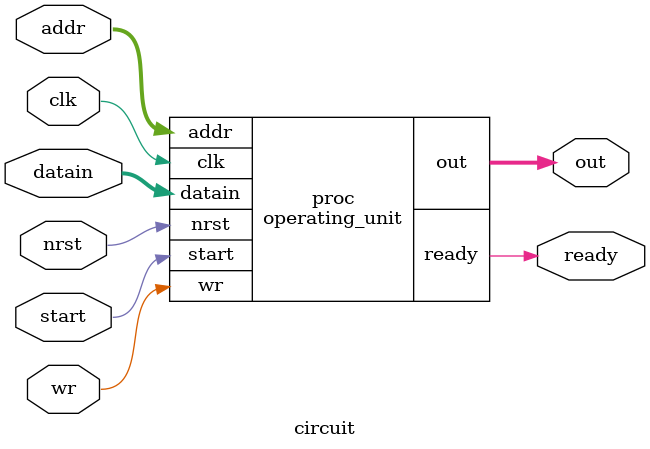
<source format=sv>

/*
Pamiec asynchroniczna RAM z jednym portem zapisu i jednym portem odczytu.
Kod z wykladu. Jak testowalem to dla synchronicznego odczytu dawalo bledna odpowiedz.
*/
module memory( input logic rd, wr, clk, input logic [9:0] rdaddr, wraddr,
              input logic [15:0] in, output logic [15:0] out
);
  logic [15:0] mem [0:1023];
  assign out = rd ? mem[rdaddr] : out;
  always_ff @(posedge clk) if (wr) mem[wraddr] <= in;
endmodule

//Modul arytmetczny na bazie pracowni 10
//Operacje + czas:
//SWAP oraz LOAD trwają 3 cykle
//Reszta operacji trwa 2 cykle?
//Zapis do stosu bedzie co dopiero odpowiednio
//w 4 i 3 cyklu
module arithmetic_unit(input nrst, clk, push,en,
               input logic [15:0] d, input logic [2:0] op,
               output logic [15:0] out, output logic [9:0] cnt, output logic ready
);
  logic [15:0] register,second,swap_value;
  logic [9:0] newcnt;
  logic [1:0] state;
  logic [9:0] addr_read, addr_write;
  logic read_en, write_en;
  const logic [1:0] NORMAL = 0, SWAP = 1, LOAD = 2;
  always_comb begin
    read_en = 1;
    write_en = 1;
    out = nrst ? register : 0;
    cnt = nrst ? newcnt : 0;
    addr_read = cnt - 2;
    addr_write = cnt - 1;
    ready = (state == NORMAL);
    case(state)
    SWAP: 
      begin
        read_en = 0;
        addr_write = cnt - 2;
      end
    LOAD:
      begin 
        write_en = 0;
        addr_read = (cnt - 2 - register[9:0]);
      end
    endcase
  end

  memory stos(read_en,write_en,clk,addr_read,addr_write,out,second);

  always_ff @(posedge clk or negedge nrst)
    if(!nrst) begin newcnt <= 0; register <= 0; state <= NORMAL; end
  else begin 
    case (state)
    NORMAL:
      if(push & en) begin if (cnt < 1000) begin register <= d; newcnt <= cnt + 1; end end
      else  if(en) unique case(op)
        0 : begin if (cnt > 0) begin if(register > 0 & !register[15]) register <= 1; else register <= 0; end end
        1 : begin if (cnt > 0) begin register <= 0 - out; newcnt <= cnt; end end
        2 : begin if (cnt > 1) begin register <= out + second; newcnt <= cnt - 1; end end
        3 : begin if (cnt > 1) begin register <= out * second; newcnt <= cnt - 1; end end
        4 : begin if (cnt > 1) begin swap_value <= second; state <= SWAP; end end
        5 : begin state <= LOAD; end
        6 : begin if (cnt > 0) begin register <= second; newcnt <= cnt - 1; end end
        7 : begin if (cnt > 0) begin register <= second; newcnt <= cnt - 1; end end
      endcase
    SWAP: 
      begin
        state <= NORMAL;
        register <= swap_value;
      end
    LOAD: 
      begin 
        register <= second;
        newcnt <= cnt + 1;
        state <= NORMAL;
      end
    endcase
  end
  
endmodule

/*

Wazne obserwacje przebieg dla operacji (oprocz 4 i 5):
Zlecenie -> Wykonanie (wynik) -> Zapis
Dla operacji 4 i 5:
Zlecenie -> Zmiana Stanu -> Wykonanie(wynik) -> Zapis
Chain-owanie moze jedynie sie odbyc w trakcie cyklu zapis

*/

module operating_unit(input clk, nrst, wr, start, 
                      input logic [9:0] addr, input logic [15:0] datain, 
                      output ready, output logic [15:0] out);
  
  logic [15:0] instruction;
  logic [9:0] counter;
  logic [9:0] program_counter;
  logic state;
  logic write,en,push,finish,ready_ar;
  const logic READY = 0, BUSY = 1;

  assign write = ready & !start & wr;

  memory code(1,write,clk,program_counter,addr,datain,instruction);

  always_comb begin 
    finish = (instruction[15] & instruction[14]);
    en = !ready & !finish & ready_ar;
    push = !instruction[15];
  end

  always_ff @(posedge clk or negedge nrst)
  if(!nrst) begin 
    program_counter <= 0;
    state <= READY;
    ready <= 1;
  end else if(ready_ar) begin 
    case(state)
    READY: if(start & ready) begin 
      ready <= 0;
      state <= BUSY;
      program_counter <= 0;
    end
    BUSY: if(finish) begin 
      ready <= 1;
      state <= READY;
    end else if (instruction[15])begin 
      if(instruction[2:0] != 7) program_counter <= program_counter + 1;
      else program_counter <= out[9:0];
    end else program_counter <= program_counter + 1;
    endcase
  end

  arithmetic_unit ar(nrst,clk,push,en,instruction,instruction[2:0],out,counter,ready_ar);

endmodule

module circuit (input clk, nrst, wr, start, 
                      input logic [9:0] addr, input logic [15:0] datain, 
                      output ready, output logic [15:0] out);
  operating_unit proc(clk, nrst, wr, start, 
                      addr,datain, 
                      ready,out);
endmodule
</source>
